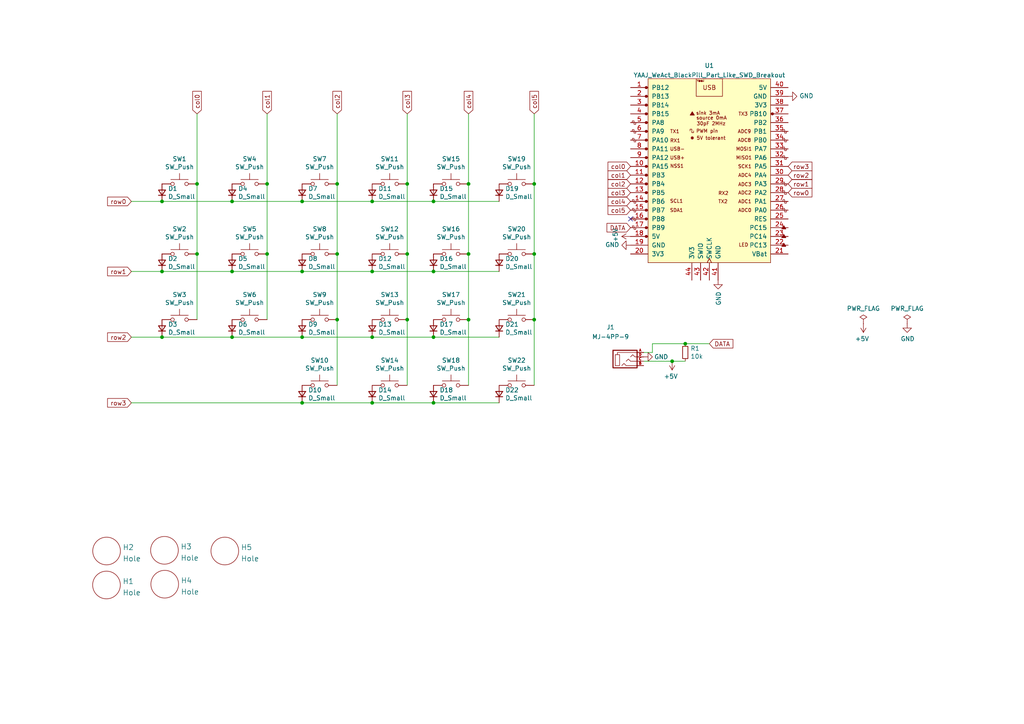
<source format=kicad_sch>
(kicad_sch (version 20210621) (generator eeschema)
  (paper "A4")
  (lib_symbols
    (symbol "Device:D_Small" (pin_numbers hide) (pin_names (offset 0.254) hide)
      (property "Reference" "D" (at -1.27 2.032 0))
      (property "Value" "Device_D_Small" (at -3.81 -2.032 0))
      (symbol "D_Small_0_1"
        (polyline (pts (xy -0.762 -1.016) (xy -0.762 1.016)) (stroke (width 0.254)))
        (polyline (pts (xy -0.762 0) (xy 0.762 0)))
        (polyline (pts (xy 0.762 -1.016) (xy -0.762 0) (xy 0.762 1.016) (xy 0.762 -1.016)) (stroke (width 0.254)))
      )
      (symbol "D_Small_1_1"
        (pin passive line (at -2.54 0 0) (length 1.778) (name "K") (number "1"))
        (pin passive line (at 2.54 0 180) (length 1.778) (name "A") (number "2"))
      )
    )
    (symbol "Device:R_Small" (pin_numbers hide) (pin_names (offset 0.254) hide)
      (property "Reference" "R" (at 0.762 0.508 0))
      (property "Value" "Device_R_Small" (at 0.762 -1.016 0))
      (symbol "R_Small_0_1"
        (rectangle (start -0.762 1.778) (end 0.762 -1.778) (stroke (width 0.2032)))
      )
      (symbol "R_Small_1_1"
        (pin passive line (at 0 2.54 270) (length 0.762) (name "~") (number "1"))
        (pin passive line (at 0 -2.54 90) (length 0.762) (name "~") (number "2"))
      )
    )
    (symbol "Switch:SW_Push" (pin_numbers hide) (pin_names (offset 1.016) hide)
      (property "Reference" "SW" (at 1.27 2.54 0))
      (property "Value" "Switch_SW_Push" (at 0 -1.524 0))
      (symbol "SW_Push_0_1"
        (circle (center -2.032 0) (radius 0.508))
        (polyline (pts (xy 0 1.27) (xy 0 3.048)))
        (polyline (pts (xy 2.54 1.27) (xy -2.54 1.27)))
        (circle (center 2.032 0) (radius 0.508))
        (pin passive line (at -5.08 0 0) (length 2.54) (name "1") (number "1"))
        (pin passive line (at 5.08 0 180) (length 2.54) (name "2") (number "2"))
      )
    )
    (symbol "YAAJ_WeAct_BlackPill_Part_Like_SWD_Breakout:YAAJ_WeAct_BlackPill_Part_Like_SWD_Breakout" (pin_names (offset 1.016))
      (property "Reference" "U" (at -17.526 27.94 0))
      (property "Value" "YAAJ_WeAct_BlackPill_Part_Like_SWD_Breakout" (at 9.144 27.94 0))
      (symbol "YAAJ_WeAct_BlackPill_Part_Like_SWD_Breakout_0_0"
        (circle (center -18.288 -20.32) (radius 0.3556) (fill (type outline)))
        (circle (center -18.288 -17.78) (radius 0.3556) (fill (type outline)))
        (circle (center -18.288 -15.24) (radius 0.3556) (fill (type outline)))
        (circle (center -18.288 -12.7) (radius 0.3556) (fill (type outline)))
        (circle (center -18.288 -10.16) (radius 0.3556) (fill (type outline)))
        (circle (center -18.288 -7.62) (radius 0.3556) (fill (type outline)))
        (circle (center -18.288 -5.08) (radius 0.3556) (fill (type outline)))
        (circle (center -18.288 -2.54) (radius 0.3556) (fill (type outline)))
        (circle (center -18.288 0) (radius 0.3556) (fill (type outline)))
        (circle (center -18.288 2.54) (radius 0.3556) (fill (type outline)))
        (circle (center -18.288 5.08) (radius 0.3556) (fill (type outline)))
        (circle (center -18.288 7.62) (radius 0.3556) (fill (type outline)))
        (circle (center -18.288 10.16) (radius 0.3556) (fill (type outline)))
        (circle (center -18.288 12.7) (radius 0.3556) (fill (type outline)))
        (circle (center -18.288 15.24) (radius 0.3556) (fill (type outline)))
        (circle (center -18.288 17.78) (radius 0.3556) (fill (type outline)))
        (circle (center -18.288 22.86) (radius 0.3556) (fill (type outline)))
        (circle (center -4.953 8.255) (radius 0.127) (fill (type outline)))
        (circle (center -4.953 8.255) (radius 0.254))
        (circle (center -4.953 8.255) (radius 0.3556))
        (polyline (pts (xy -5.588 14.859) (xy -4.953 15.875) (xy -4.318 14.859) (xy -5.588 14.859) (xy -4.953 15.748) (xy -4.445 14.859) (xy -5.461 14.986) (xy -4.953 15.621) (xy -4.572 14.859) (xy -5.334 15.113) (xy -4.826 15.494) (xy -4.699 14.859) (xy -5.207 15.24) (xy -4.699 15.367) (xy -4.826 14.986) (xy -5.08 15.24) (xy -4.826 15.113) (xy -4.953 15.367)))
        (polyline (pts (xy 20.955 -23.241) (xy 21.59 -22.225) (xy 22.225 -23.241) (xy 20.955 -23.241) (xy 21.59 -22.352) (xy 22.098 -23.241) (xy 21.082 -23.114) (xy 21.59 -22.479) (xy 21.971 -23.241) (xy 21.209 -22.987) (xy 21.717 -22.606) (xy 21.844 -23.241) (xy 21.336 -22.86) (xy 21.844 -22.733) (xy 21.717 -23.114) (xy 21.463 -22.86) (xy 21.717 -22.987) (xy 21.59 -22.733)))
        (polyline (pts (xy 20.955 -20.701) (xy 21.59 -19.685) (xy 22.225 -20.701) (xy 20.955 -20.701) (xy 21.59 -19.812) (xy 22.098 -20.701) (xy 21.082 -20.574) (xy 21.59 -19.939) (xy 21.971 -20.701) (xy 21.209 -20.447) (xy 21.717 -20.066) (xy 21.844 -20.701) (xy 21.336 -20.32) (xy 21.844 -20.193) (xy 21.717 -20.574) (xy 21.463 -20.32) (xy 21.717 -20.447) (xy 21.59 -20.193)))
        (polyline (pts (xy 20.955 -18.161) (xy 21.59 -17.145) (xy 22.225 -18.161) (xy 20.955 -18.161) (xy 21.59 -17.272) (xy 22.098 -18.161) (xy 21.082 -18.034) (xy 21.59 -17.399) (xy 21.971 -18.161) (xy 21.209 -17.907) (xy 21.717 -17.526) (xy 21.844 -18.161) (xy 21.336 -17.78) (xy 21.844 -17.653) (xy 21.717 -18.034) (xy 21.463 -17.78) (xy 21.717 -17.907) (xy 21.59 -17.653)))
        (circle (center 18.288 15.24) (radius 0.254) (fill (type outline)))
        (circle (center 18.288 15.24) (radius 0.3556))
        (text "30pF 2MHz" (at 0.508 12.446 0) (effects (font (size 0.9906 0.9906))))
        (text "5V tolerant" (at 0.508 8.255 0) (effects (font (size 0.9906 0.9906))))
        (text "ADC0" (at 10.287 -12.7 0) (effects (font (size 0.9906 0.9906))))
        (text "ADC1" (at 10.287 -10.16 0) (effects (font (size 0.9906 0.9906))))
        (text "ADC2" (at 10.287 -7.62 0) (effects (font (size 0.9906 0.9906))))
        (text "ADC3" (at 10.287 -5.207 0) (effects (font (size 0.9906 0.9906))))
        (text "ADC4" (at 10.287 -2.54 0) (effects (font (size 0.9906 0.9906))))
        (text "ADC8" (at 10.16 7.62 0) (effects (font (size 0.9906 0.9906))))
        (text "ADC9" (at 10.16 10.16 0) (effects (font (size 0.9906 0.9906))))
        (text "LED" (at 9.906 -22.733 0) (effects (font (size 0.9906 0.9906))))
        (text "MISO1" (at 10.033 2.54 0) (effects (font (size 0.9906 0.9906))))
        (text "MOSI1" (at 10.033 5.08 0) (effects (font (size 0.9906 0.9906))))
        (text "NSS1" (at -9.398 0.127 0) (effects (font (size 0.9906 0.9906))))
        (text "PWM pin" (at -0.635 10.287 0) (effects (font (size 0.9906 0.9906))))
        (text "RX1" (at -9.906 7.493 0) (effects (font (size 0.9906 0.9906))))
        (text "RX2" (at 4.064 -7.747 0) (effects (font (size 0.9906 0.9906))))
        (text "SCK1" (at 10.287 0 0) (effects (font (size 0.9906 0.9906))))
        (text "SCL1" (at -9.525 -10.033 0) (effects (font (size 0.9906 0.9906))))
        (text "SDA1" (at -9.525 -12.7 0) (effects (font (size 0.9906 0.9906))))
        (text "sink 3mA" (at -0.381 15.494 0) (effects (font (size 0.9906 0.9906))))
        (text "source 0mA" (at 0.635 14.097 0) (effects (font (size 0.9906 0.9906))))
        (text "TX1" (at -10.033 10.16 0) (effects (font (size 0.9906 0.9906))))
        (text "TX2" (at 3.937 -10.16 0) (effects (font (size 0.9906 0.9906))))
        (text "TX3" (at 9.779 15.24 0) (effects (font (size 0.9906 0.9906))))
        (text "USB" (at 0 22.86 0) (effects (font (size 1.27 1.27))))
        (text "USB+" (at -9.271 2.54 0) (effects (font (size 0.9906 0.9906))))
        (text "USB-" (at -9.271 5.08 0) (effects (font (size 0.9906 0.9906))))
        (text "Y@@J" (at -2.5654 24.8412 0) (effects (font (size 0.508 0.508))))
      )
      (symbol "YAAJ_WeAct_BlackPill_Part_Like_SWD_Breakout_0_1"
        (rectangle (start -17.78 25.4) (end 17.78 -27.94) (fill (type background)))
        (polyline (pts (xy -21.336 -17.78) (xy -21.336 -18.288) (xy -21.844 -18.288) (xy -21.844 -17.272) (xy -22.352 -17.272) (xy -22.352 -17.78)))
        (polyline (pts (xy -21.336 -15.24) (xy -21.336 -15.748) (xy -21.844 -15.748) (xy -21.844 -14.732) (xy -22.352 -14.732) (xy -22.352 -15.24)))
        (polyline (pts (xy -21.336 -12.7) (xy -21.336 -13.208) (xy -21.844 -13.208) (xy -21.844 -12.192) (xy -22.352 -12.192) (xy -22.352 -12.7)))
        (polyline (pts (xy -21.336 -10.16) (xy -21.336 -10.668) (xy -21.844 -10.668) (xy -21.844 -9.652) (xy -22.352 -9.652) (xy -22.352 -10.16)))
        (polyline (pts (xy -21.336 7.62) (xy -21.336 7.112) (xy -21.844 7.112) (xy -21.844 8.128) (xy -22.352 8.128) (xy -22.352 7.62)))
        (polyline (pts (xy -21.336 10.16) (xy -21.336 9.652) (xy -21.844 9.652) (xy -21.844 10.668) (xy -22.352 10.668) (xy -22.352 10.16)))
        (polyline (pts (xy -21.336 12.7) (xy -21.336 12.192) (xy -21.844 12.192) (xy -21.844 13.208) (xy -22.352 13.208) (xy -22.352 12.7)))
        (polyline (pts (xy -4.572 10.287) (xy -4.572 9.779) (xy -5.08 9.779) (xy -5.08 10.795) (xy -5.588 10.795) (xy -5.588 10.287)))
        (polyline (pts (xy 22.352 -12.7) (xy 22.352 -13.208) (xy 21.844 -13.208) (xy 21.844 -12.192) (xy 21.336 -12.192) (xy 21.336 -12.7)))
        (polyline (pts (xy 22.352 -10.16) (xy 22.352 -10.668) (xy 21.844 -10.668) (xy 21.844 -9.652) (xy 21.336 -9.652) (xy 21.336 -10.16)))
        (polyline (pts (xy 22.352 -7.62) (xy 22.352 -8.128) (xy 21.844 -8.128) (xy 21.844 -7.112) (xy 21.336 -7.112) (xy 21.336 -7.62)))
        (polyline (pts (xy 22.352 -5.08) (xy 22.352 -5.588) (xy 21.844 -5.588) (xy 21.844 -4.572) (xy 21.336 -4.572) (xy 21.336 -5.08)))
        (polyline (pts (xy 22.352 2.54) (xy 22.352 2.032) (xy 21.844 2.032) (xy 21.844 3.048) (xy 21.336 3.048) (xy 21.336 2.54)))
        (polyline (pts (xy 22.352 5.08) (xy 22.352 4.572) (xy 21.844 4.572) (xy 21.844 5.588) (xy 21.336 5.588) (xy 21.336 5.08)))
        (polyline (pts (xy 22.352 7.62) (xy 22.352 7.112) (xy 21.844 7.112) (xy 21.844 8.128) (xy 21.336 8.128) (xy 21.336 7.62)))
        (polyline (pts (xy 22.352 10.16) (xy 22.352 9.652) (xy 21.844 9.652) (xy 21.844 10.668) (xy 21.336 10.668) (xy 21.336 10.16)))
        (rectangle (start 3.81 25.4) (end -3.81 20.32))
      )
      (symbol "YAAJ_WeAct_BlackPill_Part_Like_SWD_Breakout_1_1"
        (circle (center -18.288 20.32) (radius 0.3556) (fill (type outline)))
        (pin bidirectional line (at -22.86 22.86 0) (length 5.08) (name "PB12") (number "1"))
        (pin bidirectional line (at -22.86 0 0) (length 5.08) (name "PA15") (number "10"))
        (pin bidirectional line (at -22.86 -2.54 0) (length 5.08) (name "PB3") (number "11"))
        (pin bidirectional line (at -22.86 -5.08 0) (length 5.08) (name "PB4") (number "12"))
        (pin bidirectional line (at -22.86 -7.62 0) (length 5.08) (name "PB5") (number "13"))
        (pin bidirectional line (at -22.86 -10.16 0) (length 5.08) (name "PB6") (number "14"))
        (pin bidirectional line (at -22.86 -12.7 0) (length 5.08) (name "PB7") (number "15"))
        (pin bidirectional line (at -22.86 -15.24 0) (length 5.08) (name "PB8") (number "16"))
        (pin bidirectional line (at -22.86 -17.78 0) (length 5.08) (name "PB9") (number "17"))
        (pin power_in line (at -22.86 -20.32 0) (length 5.08) (name "5V") (number "18"))
        (pin power_in line (at -22.86 -22.86 0) (length 5.08) (name "GND") (number "19"))
        (pin bidirectional line (at -22.86 20.32 0) (length 5.08) (name "PB13") (number "2"))
        (pin power_in line (at -22.86 -25.4 0) (length 5.08) (name "3V3") (number "20"))
        (pin power_in line (at 22.86 -25.4 180) (length 5.08) (name "VBat") (number "21"))
        (pin bidirectional line (at 22.86 -22.86 180) (length 5.08) (name "PC13") (number "22"))
        (pin bidirectional line (at 22.86 -20.32 180) (length 5.08) (name "PC14") (number "23"))
        (pin bidirectional line (at 22.86 -17.78 180) (length 5.08) (name "PC15") (number "24"))
        (pin input line (at 22.86 -15.24 180) (length 5.08) (name "RES") (number "25"))
        (pin bidirectional line (at 22.86 -12.7 180) (length 5.08) (name "PA0") (number "26"))
        (pin bidirectional line (at 22.86 -10.16 180) (length 5.08) (name "PA1") (number "27"))
        (pin bidirectional line (at 22.86 -7.62 180) (length 5.08) (name "PA2") (number "28"))
        (pin bidirectional line (at 22.86 -5.08 180) (length 5.08) (name "PA3") (number "29"))
        (pin bidirectional line (at -22.86 17.78 0) (length 5.08) (name "PB14") (number "3"))
        (pin bidirectional line (at 22.86 -2.54 180) (length 5.08) (name "PA4") (number "30"))
        (pin bidirectional line (at 22.86 0 180) (length 5.08) (name "PA5") (number "31"))
        (pin bidirectional line (at 22.86 2.54 180) (length 5.08) (name "PA6") (number "32"))
        (pin bidirectional line (at 22.86 5.08 180) (length 5.08) (name "PA7") (number "33"))
        (pin bidirectional line (at 22.86 7.62 180) (length 5.08) (name "PB0") (number "34"))
        (pin bidirectional line (at 22.86 10.16 180) (length 5.08) (name "PB1") (number "35"))
        (pin bidirectional line (at 22.86 12.7 180) (length 5.08) (name "PB2") (number "36"))
        (pin bidirectional line (at 22.86 15.24 180) (length 5.08) (name "PB10") (number "37"))
        (pin power_in line (at 22.86 17.78 180) (length 5.08) (name "3V3") (number "38"))
        (pin power_in line (at 22.86 20.32 180) (length 5.08) (name "GND") (number "39"))
        (pin bidirectional line (at -22.86 15.24 0) (length 5.08) (name "PB15") (number "4"))
        (pin power_in line (at 22.86 22.86 180) (length 5.08) (name "5V") (number "40"))
        (pin power_in line (at 2.54 -33.02 90) (length 5.08) (name "GND") (number "41"))
        (pin bidirectional clock (at 0 -33.02 90) (length 5.08) (name "SWCLK") (number "42"))
        (pin bidirectional line (at -2.54 -33.02 90) (length 5.08) (name "SWIO") (number "43"))
        (pin power_in line (at -5.08 -33.02 90) (length 5.08) (name "3V3") (number "44"))
        (pin bidirectional line (at -22.86 12.7 0) (length 5.08) (name "PA8") (number "5"))
        (pin bidirectional line (at -22.86 10.16 0) (length 5.08) (name "PA9") (number "6"))
        (pin bidirectional line (at -22.86 7.62 0) (length 5.08) (name "PA10") (number "7"))
        (pin bidirectional line (at -22.86 5.08 0) (length 5.08) (name "PA11") (number "8"))
        (pin bidirectional line (at -22.86 2.54 0) (length 5.08) (name "PA12") (number "9"))
      )
    )
    (symbol "kbd:MJ-4PP-9" (pin_names (offset 1.016))
      (property "Reference" "J" (at 0 3.81 0))
      (property "Value" "MJ-4PP-9" (at 0 -3.81 0))
      (symbol "MJ-4PP-9_0_1"
        (rectangle (start -1.905 -1.905) (end -3.175 1.27))
        (polyline (pts (xy -2.54 1.27) (xy -2.54 1.905) (xy 3.175 1.905)))
        (polyline (pts (xy -1.27 -1.905) (xy -0.635 -1.27) (xy 0 -1.905) (xy 3.175 -1.905)))
        (polyline (pts (xy 0 -0.635) (xy 0.635 0) (xy 1.27 -0.635) (xy 3.175 -0.635)))
        (polyline (pts (xy 1.27 0.635) (xy 1.905 1.27) (xy 2.54 0.635) (xy 3.175 0.635)))
        (rectangle (start 3.175 2.54) (end -3.81 -2.54) (stroke (width 0.3048)))
      )
      (symbol "MJ-4PP-9_1_1"
        (pin input line (at 5.08 1.905 180) (length 2.0066) (name "~") (number "A"))
        (pin input line (at 5.08 -1.905 180) (length 2.0066) (name "~") (number "B"))
        (pin input line (at 5.08 -0.635 180) (length 2.0066) (name "~") (number "C"))
        (pin input line (at 5.08 0.635 180) (length 2.0066) (name "~") (number "D"))
      )
    )
    (symbol "keebio:Hole" (pin_names (offset 1.016))
      (property "Reference" "H" (at 0 -1.27 0))
      (property "Value" "Hole" (at 0 1.27 0))
      (symbol "Hole_0_1"
        (circle (center 0 0) (radius 4.0132))
      )
    )
    (symbol "power:+5V" (power) (pin_names (offset 0))
      (property "Value" "power_+5V" (at 0 3.556 0))
      (symbol "+5V_0_1"
        (polyline (pts (xy -0.762 1.27) (xy 0 2.54)))
        (polyline (pts (xy 0 0) (xy 0 2.54)))
        (polyline (pts (xy 0 2.54) (xy 0.762 1.27)))
      )
      (symbol "+5V_1_1"
        (pin power_in line (at 0 0 90) (length 0) hide (name "+5V") (number "1"))
      )
    )
    (symbol "power:GND" (power) (pin_names (offset 0))
      (property "Value" "power_GND" (at 0 -3.81 0))
      (symbol "GND_0_1"
        (polyline (pts (xy 0 0) (xy 0 -1.27) (xy 1.27 -1.27) (xy 0 -2.54) (xy -1.27 -1.27) (xy 0 -1.27)))
      )
      (symbol "GND_1_1"
        (pin power_in line (at 0 0 270) (length 0) hide (name "GND") (number "1"))
      )
    )
    (symbol "power:PWR_FLAG" (power) (pin_numbers hide) (pin_names (offset 0) hide)
      (property "Value" "power_PWR_FLAG" (at 0 3.81 0))
      (symbol "PWR_FLAG_0_0"
        (pin power_out line (at 0 0 90) (length 0) (name "pwr") (number "1"))
      )
      (symbol "PWR_FLAG_0_1"
        (polyline (pts (xy 0 0) (xy 0 1.27) (xy -1.016 1.905) (xy 0 2.54) (xy 1.016 1.905) (xy 0 1.27)))
      )
    )
  )
  (junction (at 57.15 73.66))
  (junction (at 125.73 97.79))
  (junction (at 154.94 73.66))
  (junction (at 135.89 73.66))
  (junction (at 107.95 97.79))
  (junction (at 46.99 97.79))
  (junction (at 87.63 58.42))
  (junction (at 135.89 53.34))
  (junction (at 67.31 58.42))
  (junction (at 135.89 92.71))
  (junction (at 87.63 78.74))
  (junction (at 107.95 116.84))
  (junction (at 194.945 104.775))
  (junction (at 87.63 97.79))
  (junction (at 125.73 58.42))
  (junction (at 125.73 116.84))
  (junction (at 77.47 73.66))
  (junction (at 87.63 116.84))
  (junction (at 154.94 53.34))
  (junction (at 97.79 53.34))
  (junction (at 198.755 99.695))
  (junction (at 125.73 78.74))
  (junction (at 118.11 92.71))
  (junction (at 67.31 97.79))
  (junction (at 107.95 58.42))
  (junction (at 118.11 53.34))
  (junction (at 46.99 78.74))
  (junction (at 118.11 73.66))
  (junction (at 97.79 92.71))
  (junction (at 46.99 58.42))
  (junction (at 97.79 73.66))
  (junction (at 107.95 78.74))
  (junction (at 67.31 78.74))
  (junction (at 57.15 53.34))
  (junction (at 154.94 92.71))
  (junction (at 77.47 53.34))
  (no_connect (at 182.88 63.5))
  (wire (pts (xy 57.15 53.34) (xy 57.15 73.66)))
  (wire (pts (xy 87.63 97.79) (xy 67.31 97.79)))
  (wire (pts (xy 77.47 73.66) (xy 77.47 92.71)))
  (wire (pts (xy 67.31 58.42) (xy 46.99 58.42)))
  (wire (pts (xy 135.89 33.02) (xy 135.89 53.34)))
  (wire (pts (xy 77.47 33.02) (xy 77.47 53.34)))
  (wire (pts (xy 97.79 92.71) (xy 97.79 73.66)))
  (wire (pts (xy 107.95 78.74) (xy 87.63 78.74)))
  (wire (pts (xy 97.79 33.02) (xy 97.79 53.34)))
  (wire (pts (xy 118.11 33.02) (xy 118.11 53.34)))
  (wire (pts (xy 57.15 73.66) (xy 57.15 92.71)))
  (wire (pts (xy 144.78 58.42) (xy 125.73 58.42)))
  (wire (pts (xy 144.78 97.79) (xy 125.73 97.79)))
  (wire (pts (xy 135.89 92.71) (xy 135.89 111.76)))
  (wire (pts (xy 87.63 116.84) (xy 38.1 116.84)))
  (wire (pts (xy 107.95 97.79) (xy 87.63 97.79)))
  (wire (pts (xy 118.11 73.66) (xy 118.11 53.34)))
  (wire (pts (xy 189.23 102.235) (xy 189.23 99.695)))
  (wire (pts (xy 186.69 102.235) (xy 189.23 102.235)))
  (wire (pts (xy 189.23 99.695) (xy 198.755 99.695)))
  (wire (pts (xy 118.11 92.71) (xy 118.11 73.66)))
  (wire (pts (xy 118.11 92.71) (xy 118.11 111.76)))
  (wire (pts (xy 107.95 116.84) (xy 87.63 116.84)))
  (wire (pts (xy 144.78 78.74) (xy 125.73 78.74)))
  (wire (pts (xy 125.73 97.79) (xy 107.95 97.79)))
  (wire (pts (xy 144.78 116.84) (xy 125.73 116.84)))
  (wire (pts (xy 46.99 97.79) (xy 67.31 97.79)))
  (wire (pts (xy 107.95 58.42) (xy 87.63 58.42)))
  (wire (pts (xy 46.99 97.79) (xy 38.1 97.79)))
  (wire (pts (xy 194.945 104.775) (xy 198.755 104.775)))
  (wire (pts (xy 186.69 104.775) (xy 194.945 104.775)))
  (wire (pts (xy 198.755 99.695) (xy 205.74 99.695)))
  (wire (pts (xy 125.73 78.74) (xy 107.95 78.74)))
  (wire (pts (xy 38.1 58.42) (xy 46.99 58.42)))
  (wire (pts (xy 154.94 92.71) (xy 154.94 111.76)))
  (wire (pts (xy 154.94 73.66) (xy 154.94 92.71)))
  (wire (pts (xy 154.94 53.34) (xy 154.94 73.66)))
  (wire (pts (xy 154.94 33.02) (xy 154.94 53.34)))
  (wire (pts (xy 46.99 78.74) (xy 38.1 78.74)))
  (wire (pts (xy 125.73 58.42) (xy 107.95 58.42)))
  (wire (pts (xy 97.79 73.66) (xy 97.79 53.34)))
  (wire (pts (xy 97.79 92.71) (xy 97.79 111.76)))
  (wire (pts (xy 135.89 53.34) (xy 135.89 73.66)))
  (wire (pts (xy 87.63 78.74) (xy 67.31 78.74)))
  (wire (pts (xy 57.15 33.02) (xy 57.15 53.34)))
  (wire (pts (xy 77.47 73.66) (xy 77.47 53.34)))
  (wire (pts (xy 87.63 58.42) (xy 67.31 58.42)))
  (wire (pts (xy 67.31 78.74) (xy 46.99 78.74)))
  (wire (pts (xy 135.89 73.66) (xy 135.89 92.71)))
  (wire (pts (xy 125.73 116.84) (xy 107.95 116.84)))
  (global_label "DATA" (shape input) (at 205.74 99.695 0) (property "Intersheet References" "${INTERSHEET_REFS}" (effects hide)))
  (global_label "row0" (shape input) (at 38.1 58.42 180) (property "Intersheet References" "${INTERSHEET_REFS}" (effects hide)))
  (global_label "col3" (shape input) (at 118.11 33.02 90) (property "Intersheet References" "${INTERSHEET_REFS}" (effects hide)))
  (global_label "col1" (shape input) (at 77.47 33.02 90) (property "Intersheet References" "${INTERSHEET_REFS}" (effects hide)))
  (global_label "col4" (shape input) (at 182.88 58.42 180) (property "Intersheet References" "${INTERSHEET_REFS}" (effects hide)))
  (global_label "row0" (shape input) (at 228.6 55.88 0) (property "Intersheet References" "${INTERSHEET_REFS}" (effects hide)))
  (global_label "row2" (shape input) (at 38.1 97.79 180) (property "Intersheet References" "${INTERSHEET_REFS}" (effects hide)))
  (global_label "row1" (shape input) (at 228.6 53.34 0) (property "Intersheet References" "${INTERSHEET_REFS}" (effects hide)))
  (global_label "row1" (shape input) (at 38.1 78.74 180) (property "Intersheet References" "${INTERSHEET_REFS}" (effects hide)))
  (global_label "col0" (shape input) (at 57.15 33.02 90) (property "Intersheet References" "${INTERSHEET_REFS}" (effects hide)))
  (global_label "row3" (shape input) (at 228.6 48.26 0) (property "Intersheet References" "${INTERSHEET_REFS}" (effects hide)))
  (global_label "row3" (shape input) (at 38.1 116.84 180) (property "Intersheet References" "${INTERSHEET_REFS}" (effects hide)))
  (global_label "col0" (shape input) (at 182.88 48.26 180) (property "Intersheet References" "${INTERSHEET_REFS}" (effects hide)))
  (global_label "row2" (shape input) (at 228.6 50.8 0) (property "Intersheet References" "${INTERSHEET_REFS}" (effects hide)))
  (global_label "col4" (shape input) (at 135.89 33.02 90) (property "Intersheet References" "${INTERSHEET_REFS}" (effects hide)))
  (global_label "col5" (shape input) (at 182.88 60.96 180) (property "Intersheet References" "${INTERSHEET_REFS}" (effects hide)))
  (global_label "col1" (shape input) (at 182.88 50.8 180) (property "Intersheet References" "${INTERSHEET_REFS}" (effects hide)))
  (global_label "col5" (shape input) (at 154.94 33.02 90) (property "Intersheet References" "${INTERSHEET_REFS}" (effects hide)))
  (global_label "DATA" (shape input) (at 182.88 66.04 180) (property "Intersheet References" "${INTERSHEET_REFS}" (effects hide)))
  (global_label "col3" (shape input) (at 182.88 55.88 180) (property "Intersheet References" "${INTERSHEET_REFS}" (effects hide)))
  (global_label "col2" (shape input) (at 97.79 33.02 90) (property "Intersheet References" "${INTERSHEET_REFS}" (effects hide)))
  (global_label "col2" (shape input) (at 182.88 53.34 180) (property "Intersheet References" "${INTERSHEET_REFS}" (effects hide)))
  (symbol (lib_id "power:PWR_FLAG") (at 250.4186 93.8784 0) (unit 1)
    (property "Reference" "#FLG01" (effects hide))
    (property "Value" "PWR_FLAG" (at 250.4186 89.4842 0))
  )
  (symbol (lib_id "power:PWR_FLAG") (at 263.1186 93.8784 0) (unit 1)
    (property "Reference" "#FLG02" (effects hide))
    (property "Value" "PWR_FLAG" (at 263.1186 89.4842 0))
  )
  (symbol (lib_id "power:GND") (at 263.1186 93.8784 0) (unit 1)
    (property "Reference" "#PWR08" (effects hide))
    (property "Value" "GND" (at 263.2456 98.2726 0))
  )
  (symbol (lib_id "Switch:SW_Push") (at 92.71 111.76 0) (unit 1)
    (property "Reference" "SW10" (at 92.71 104.521 0))
    (property "Value" "SW_Push" (at 92.71 106.8324 0))
    (property "Footprint" "MX_Only:MXOnly-1U-NoLED" (effects hide))
  )
  (symbol (lib_id "Switch:SW_Push") (at 113.03 111.76 0) (unit 1)
    (property "Reference" "SW14" (at 113.03 104.521 0))
    (property "Value" "SW_Push" (at 113.03 106.8324 0))
    (property "Footprint" "MX_Only:MXOnly-1U-NoLED" (effects hide))
  )
  (symbol (lib_id "Switch:SW_Push") (at 130.81 111.76 0) (unit 1)
    (property "Reference" "SW18" (at 130.81 104.521 0))
    (property "Value" "SW_Push" (at 130.81 106.8324 0))
    (property "Footprint" "MX_Only:MXOnly-1U-NoLED" (effects hide))
  )
  (symbol (lib_id "Switch:SW_Push") (at 149.86 111.76 0) (unit 1)
    (property "Reference" "SW22" (at 149.86 104.521 0))
    (property "Value" "SW_Push" (at 149.86 106.8324 0))
    (property "Footprint" "MX_Only:MXOnly-1U-NoLED" (effects hide))
  )
  (symbol (lib_id "Switch:SW_Push") (at 52.07 53.34 0) (unit 1)
    (property "Reference" "SW1" (at 52.07 46.101 0))
    (property "Value" "SW_Push" (at 52.07 48.4124 0))
    (property "Footprint" "MX_Only:MXOnly-1U-NoLED" (effects hide))
  )
  (symbol (lib_id "Device:D_Small") (at 46.99 55.88 90) (unit 1)
    (property "Reference" "D1" (at 48.768 54.7116 90) (effects (justify right)))
    (property "Value" "D_Small" (at 48.768 57.023 90) (effects (justify right)))
    (property "Footprint" "acheron_Components:D_THT_7.62mm_copy" (effects hide))
  )
  (symbol (lib_id "Switch:SW_Push") (at 72.39 53.34 0) (unit 1)
    (property "Reference" "SW4" (at 72.39 46.101 0))
    (property "Value" "SW_Push" (at 72.39 48.4124 0))
    (property "Footprint" "MX_Only:MXOnly-1U-NoLED" (effects hide))
  )
  (symbol (lib_id "Device:D_Small") (at 67.31 55.88 90) (unit 1)
    (property "Reference" "D4" (at 69.088 54.7116 90) (effects (justify right)))
    (property "Value" "D_Small" (at 69.088 57.023 90) (effects (justify right)))
    (property "Footprint" "acheron_Components:D_THT_7.62mm_copy" (effects hide))
  )
  (symbol (lib_id "Switch:SW_Push") (at 92.71 53.34 0) (unit 1)
    (property "Reference" "SW7" (at 92.71 46.101 0))
    (property "Value" "SW_Push" (at 92.71 48.4124 0))
    (property "Footprint" "mx_only:MXOnly-1U-NoLED" (effects hide))
  )
  (symbol (lib_id "Device:D_Small") (at 87.63 55.88 90) (unit 1)
    (property "Reference" "D7" (at 89.408 54.7116 90) (effects (justify right)))
    (property "Value" "D_Small" (at 89.408 57.023 90) (effects (justify right)))
    (property "Footprint" "acheron_Components:D_THT_7.62mm_copy" (effects hide))
  )
  (symbol (lib_id "Switch:SW_Push") (at 113.03 53.34 0) (unit 1)
    (property "Reference" "SW11" (at 113.03 46.101 0))
    (property "Value" "SW_Push" (at 113.03 48.4124 0))
    (property "Footprint" "mx_only:MXOnly-1U-NoLED" (effects hide))
  )
  (symbol (lib_id "Device:D_Small") (at 107.95 55.88 90) (unit 1)
    (property "Reference" "D11" (at 109.728 54.7116 90) (effects (justify right)))
    (property "Value" "D_Small" (at 109.728 57.023 90) (effects (justify right)))
    (property "Footprint" "acheron_Components:D_THT_7.62mm_copy" (effects hide))
  )
  (symbol (lib_id "Switch:SW_Push") (at 130.81 53.34 0) (unit 1)
    (property "Reference" "SW15" (at 130.81 46.101 0))
    (property "Value" "SW_Push" (at 130.81 48.4124 0))
    (property "Footprint" "MX_Only:MXOnly-1U-NoLED" (effects hide))
  )
  (symbol (lib_id "Device:D_Small") (at 125.73 55.88 90) (unit 1)
    (property "Reference" "D15" (at 127.508 54.7116 90) (effects (justify right)))
    (property "Value" "D_Small" (at 127.508 57.023 90) (effects (justify right)))
    (property "Footprint" "acheron_Components:D_THT_7.62mm_copy" (effects hide))
  )
  (symbol (lib_id "Switch:SW_Push") (at 52.07 73.66 0) (unit 1)
    (property "Reference" "SW2" (at 52.07 66.421 0))
    (property "Value" "SW_Push" (at 52.07 68.7324 0))
    (property "Footprint" "MX_Only:MXOnly-1U-NoLED" (effects hide))
  )
  (symbol (lib_id "Device:D_Small") (at 46.99 76.2 90) (unit 1)
    (property "Reference" "D2" (at 48.768 75.0316 90) (effects (justify right)))
    (property "Value" "D_Small" (at 48.768 77.343 90) (effects (justify right)))
    (property "Footprint" "acheron_Components:D_THT_7.62mm_copy" (effects hide))
  )
  (symbol (lib_id "Switch:SW_Push") (at 72.39 73.66 0) (unit 1)
    (property "Reference" "SW5" (at 72.39 66.421 0))
    (property "Value" "SW_Push" (at 72.39 68.7324 0))
    (property "Footprint" "MX_Only:MXOnly-1U-NoLED" (effects hide))
  )
  (symbol (lib_id "Device:D_Small") (at 67.31 76.2 90) (unit 1)
    (property "Reference" "D5" (at 69.088 75.0316 90) (effects (justify right)))
    (property "Value" "D_Small" (at 69.088 77.343 90) (effects (justify right)))
    (property "Footprint" "acheron_Components:D_THT_7.62mm_copy" (effects hide))
  )
  (symbol (lib_id "Switch:SW_Push") (at 92.71 73.66 0) (unit 1)
    (property "Reference" "SW8" (at 92.71 66.421 0))
    (property "Value" "SW_Push" (at 92.71 68.7324 0))
    (property "Footprint" "mx_only:MXOnly-1U-NoLED" (effects hide))
  )
  (symbol (lib_id "Device:D_Small") (at 87.63 76.2 90) (unit 1)
    (property "Reference" "D8" (at 89.408 75.0316 90) (effects (justify right)))
    (property "Value" "D_Small" (at 89.408 77.343 90) (effects (justify right)))
    (property "Footprint" "acheron_Components:D_THT_7.62mm_copy" (effects hide))
  )
  (symbol (lib_id "Switch:SW_Push") (at 113.03 73.66 0) (unit 1)
    (property "Reference" "SW12" (at 113.03 66.421 0))
    (property "Value" "SW_Push" (at 113.03 68.7324 0))
    (property "Footprint" "MX_Only:MXOnly-1U-NoLED" (effects hide))
  )
  (symbol (lib_id "Device:D_Small") (at 107.95 76.2 90) (unit 1)
    (property "Reference" "D12" (at 109.728 75.0316 90) (effects (justify right)))
    (property "Value" "D_Small" (at 109.728 77.343 90) (effects (justify right)))
    (property "Footprint" "acheron_Components:D_THT_7.62mm_copy" (effects hide))
  )
  (symbol (lib_id "Switch:SW_Push") (at 130.81 73.66 0) (unit 1)
    (property "Reference" "SW16" (at 130.81 66.421 0))
    (property "Value" "SW_Push" (at 130.81 68.7324 0))
    (property "Footprint" "MX_Only:MXOnly-1U-NoLED" (effects hide))
  )
  (symbol (lib_id "Device:D_Small") (at 125.73 76.2 90) (unit 1)
    (property "Reference" "D16" (at 127.508 75.0316 90) (effects (justify right)))
    (property "Value" "D_Small" (at 127.508 77.343 90) (effects (justify right)))
    (property "Footprint" "acheron_Components:D_THT_7.62mm_copy" (effects hide))
  )
  (symbol (lib_id "Switch:SW_Push") (at 149.86 73.66 0) (unit 1)
    (property "Reference" "SW20" (at 149.86 66.421 0))
    (property "Value" "SW_Push" (at 149.86 68.7324 0))
    (property "Footprint" "MX_Only:MXOnly-1U-NoLED" (effects hide))
  )
  (symbol (lib_id "Device:D_Small") (at 144.78 76.2 90) (unit 1)
    (property "Reference" "D20" (at 146.558 75.0316 90) (effects (justify right)))
    (property "Value" "D_Small" (at 146.558 77.343 90) (effects (justify right)))
    (property "Footprint" "acheron_Components:D_THT_7.62mm_copy" (effects hide))
  )
  (symbol (lib_id "Switch:SW_Push") (at 52.07 92.71 0) (unit 1)
    (property "Reference" "SW3" (at 52.07 85.471 0))
    (property "Value" "SW_Push" (at 52.07 87.7824 0))
    (property "Footprint" "MX_Only:MXOnly-1U-NoLED" (effects hide))
  )
  (symbol (lib_id "Device:D_Small") (at 46.99 95.25 90) (unit 1)
    (property "Reference" "D3" (at 48.768 94.0816 90) (effects (justify right)))
    (property "Value" "D_Small" (at 48.768 96.393 90) (effects (justify right)))
    (property "Footprint" "acheron_Components:D_THT_7.62mm_copy" (effects hide))
  )
  (symbol (lib_id "Switch:SW_Push") (at 72.39 92.71 0) (unit 1)
    (property "Reference" "SW6" (at 72.39 85.471 0))
    (property "Value" "SW_Push" (at 72.39 87.7824 0))
    (property "Footprint" "mx_only:MXOnly-1U-NoLED" (effects hide))
  )
  (symbol (lib_id "Device:D_Small") (at 67.31 95.25 90) (unit 1)
    (property "Reference" "D6" (at 69.088 94.0816 90) (effects (justify right)))
    (property "Value" "D_Small" (at 69.088 96.393 90) (effects (justify right)))
    (property "Footprint" "acheron_Components:D_THT_7.62mm_copy" (effects hide))
  )
  (symbol (lib_id "Switch:SW_Push") (at 92.71 92.71 0) (unit 1)
    (property "Reference" "SW9" (at 92.71 85.471 0))
    (property "Value" "SW_Push" (at 92.71 87.7824 0))
    (property "Footprint" "mx_only:MXOnly-1U-NoLED" (effects hide))
  )
  (symbol (lib_id "Device:D_Small") (at 87.63 95.25 90) (unit 1)
    (property "Reference" "D9" (at 89.408 94.0816 90) (effects (justify right)))
    (property "Value" "D_Small" (at 89.408 96.393 90) (effects (justify right)))
    (property "Footprint" "acheron_Components:D_THT_7.62mm_copy" (effects hide))
  )
  (symbol (lib_id "Switch:SW_Push") (at 113.03 92.71 0) (unit 1)
    (property "Reference" "SW13" (at 113.03 85.471 0))
    (property "Value" "SW_Push" (at 113.03 87.7824 0))
    (property "Footprint" "MX_Only:MXOnly-1U-NoLED" (effects hide))
  )
  (symbol (lib_id "Device:D_Small") (at 107.95 95.25 90) (unit 1)
    (property "Reference" "D13" (at 109.728 94.0816 90) (effects (justify right)))
    (property "Value" "D_Small" (at 109.728 96.393 90) (effects (justify right)))
    (property "Footprint" "acheron_Components:D_THT_7.62mm_copy" (effects hide))
  )
  (symbol (lib_id "Switch:SW_Push") (at 130.81 92.71 0) (unit 1)
    (property "Reference" "SW17" (at 130.81 85.471 0))
    (property "Value" "SW_Push" (at 130.81 87.7824 0))
    (property "Footprint" "MX_Only:MXOnly-1U-NoLED" (effects hide))
  )
  (symbol (lib_id "Device:D_Small") (at 125.73 95.25 90) (unit 1)
    (property "Reference" "D17" (at 127.508 94.0816 90) (effects (justify right)))
    (property "Value" "D_Small" (at 127.508 96.393 90) (effects (justify right)))
    (property "Footprint" "acheron_Components:D_THT_7.62mm_copy" (effects hide))
  )
  (symbol (lib_id "Switch:SW_Push") (at 149.86 92.71 0) (unit 1)
    (property "Reference" "SW21" (at 149.86 85.471 0))
    (property "Value" "SW_Push" (at 149.86 87.7824 0))
    (property "Footprint" "MX_Only:MXOnly-1U-NoLED" (effects hide))
  )
  (symbol (lib_id "Device:D_Small") (at 144.78 95.25 90) (unit 1)
    (property "Reference" "D21" (at 146.558 94.0816 90) (effects (justify right)))
    (property "Value" "D_Small" (at 146.558 96.393 90) (effects (justify right)))
    (property "Footprint" "acheron_Components:D_THT_7.62mm_copy" (effects hide))
  )
  (symbol (lib_id "Device:D_Small") (at 87.63 114.3 90) (unit 1)
    (property "Reference" "D10" (at 89.408 113.1316 90) (effects (justify right)))
    (property "Value" "D_Small" (at 89.408 115.443 90) (effects (justify right)))
    (property "Footprint" "acheron_Components:D_THT_7.62mm_copy" (effects hide))
  )
  (symbol (lib_id "Device:D_Small") (at 107.95 114.3 90) (unit 1)
    (property "Reference" "D14" (at 109.728 113.1316 90) (effects (justify right)))
    (property "Value" "D_Small" (at 109.728 115.443 90) (effects (justify right)))
    (property "Footprint" "acheron_Components:D_THT_7.62mm_copy" (effects hide))
  )
  (symbol (lib_id "Device:D_Small") (at 125.73 114.3 90) (unit 1)
    (property "Reference" "D18" (at 127.508 113.1316 90) (effects (justify right)))
    (property "Value" "D_Small" (at 127.508 115.443 90) (effects (justify right)))
    (property "Footprint" "acheron_Components:D_THT_7.62mm_copy" (effects hide))
  )
  (symbol (lib_id "Device:D_Small") (at 144.78 114.3 90) (unit 1)
    (property "Reference" "D22" (at 146.558 113.1316 90) (effects (justify right)))
    (property "Value" "D_Small" (at 146.558 115.443 90) (effects (justify right)))
    (property "Footprint" "acheron_Components:D_THT_7.62mm_copy" (effects hide))
  )
  (symbol (lib_id "keebio:Hole") (at 65.2017 159.8147 0) (unit 1)
    (property "Reference" "H5" (at 69.85 158.75 0) (effects (font (size 1.524 1.524)) (justify left)))
    (property "Value" "Hole" (at 69.85 162.029 0) (effects (font (size 1.524 1.524)) (justify left)))
    (property "Footprint" "used_footprints:M2_HOLE_PCB" (effects hide))
  )
  (symbol (lib_id "keebio:Hole") (at 30.8864 169.672 0) (unit 1)
    (property "Reference" "H1" (at 35.5347 168.6073 0) (effects (font (size 1.524 1.524)) (justify left)))
    (property "Value" "Hole" (at 35.5347 171.8863 0) (effects (font (size 1.524 1.524)) (justify left)))
    (property "Footprint" "used_footprints:M2_HOLE_PCB" (effects hide))
  )
  (symbol (lib_id "keebio:Hole") (at 30.9117 159.8147 0) (unit 1)
    (property "Reference" "H2" (at 35.56 158.75 0) (effects (font (size 1.524 1.524)) (justify left)))
    (property "Value" "Hole" (at 35.56 162.029 0) (effects (font (size 1.524 1.524)) (justify left)))
    (property "Footprint" "used_footprints:M2_HOLE_PCB" (effects hide))
  )
  (symbol (lib_id "keebio:Hole") (at 47.7012 159.6136 0) (unit 1)
    (property "Reference" "H3" (at 52.3495 158.5489 0) (effects (font (size 1.524 1.524)) (justify left)))
    (property "Value" "Hole" (at 52.3495 161.8279 0) (effects (font (size 1.524 1.524)) (justify left)))
    (property "Footprint" "used_footprints:M2_HOLE_PCB" (effects hide))
  )
  (symbol (lib_id "power:+5V") (at 250.4186 93.8784 180) (unit 1)
    (property "Reference" "#PWR07" (effects hide))
    (property "Value" "+5V" (at 250.0376 98.2726 0))
  )
  (symbol (lib_id "YAAJ_WeAct_BlackPill_Part_Like_SWD_Breakout:YAAJ_WeAct_BlackPill_Part_Like_SWD_Breakout") (at 205.74 48.26 0) (unit 1)
    (property "Reference" "U1" (at 205.74 19.0204 0))
    (property "Value" "YAAJ_WeAct_BlackPill_Part_Like_SWD_Breakout" (at 205.74 21.7955 0))
    (property "Footprint" "blackpills:YAAJ_WeAct_BlackPill_SWD_2" (effects hide))
  )
  (symbol (lib_id "Device:D_Small") (at 144.78 55.88 90) (unit 1)
    (property "Reference" "D19" (at 146.558 54.7116 90) (effects (justify right)))
    (property "Value" "D_Small" (at 146.558 57.023 90) (effects (justify right)))
    (property "Footprint" "acheron_Components:D_THT_7.62mm_copy" (effects hide))
  )
  (symbol (lib_id "Switch:SW_Push") (at 149.86 53.34 0) (unit 1)
    (property "Reference" "SW19" (at 149.86 46.101 0))
    (property "Value" "SW_Push" (at 149.86 48.4124 0))
    (property "Footprint" "MX_Only:MXOnly-1U-NoLED" (effects hide))
  )
  (symbol (lib_id "power:GND") (at 182.88 71.12 270) (mirror x) (unit 1)
    (property "Reference" "#PWR02" (effects hide))
    (property "Value" "GND" (at 179.6288 70.993 90) (effects (justify right)))
  )
  (symbol (lib_id "power:+5V") (at 194.945 104.775 180) (unit 1)
    (property "Reference" "#PWR04" (effects hide))
    (property "Value" "+5V" (at 194.564 109.1692 0))
  )
  (symbol (lib_id "power:GND") (at 186.69 103.505 90) (unit 1)
    (property "Reference" "#PWR03" (effects hide))
    (property "Value" "GND" (at 189.738 103.505 90) (effects (justify right)))
  )
  (symbol (lib_id "kbd:MJ-4PP-9") (at 181.61 104.14 0) (unit 1)
    (property "Reference" "J1" (at 177.0888 94.9157 0))
    (property "Value" "MJ-4PP-9" (at 177.0888 97.6908 0))
    (property "Footprint" "kbd:MJ-4PP-9" (effects hide))
  )
  (symbol (lib_id "Device:R_Small") (at 198.755 102.235 0) (unit 1)
    (property "Reference" "R1" (at 200.2536 101.0666 0) (effects (justify left)))
    (property "Value" "10k" (at 200.2536 103.378 0) (effects (justify left)))
    (property "Footprint" "Resistor_THT:R_Axial_DIN0204_L3.6mm_D1.6mm_P5.08mm_Horizontal" (effects hide))
  )
  (symbol (lib_id "power:+5V") (at 182.88 68.58 90) (unit 1)
    (property "Reference" "#PWR01" (effects hide))
    (property "Value" "+5V" (at 178.4858 68.199 0))
  )
  (symbol (lib_id "keebio:Hole") (at 47.7773 169.4389 0) (unit 1)
    (property "Reference" "H4" (at 52.4256 168.3742 0) (effects (font (size 1.524 1.524)) (justify left)))
    (property "Value" "Hole" (at 52.4256 171.6532 0) (effects (font (size 1.524 1.524)) (justify left)))
    (property "Footprint" "used_footprints:M2_HOLE_PCB" (effects hide))
  )
  (symbol (lib_id "power:GND") (at 228.6 27.94 90) (unit 1)
    (property "Reference" "#PWR06" (effects hide))
    (property "Value" "GND" (at 231.8512 27.813 90) (effects (justify right)))
  )
  (symbol (lib_id "power:GND") (at 208.28 81.28 0) (unit 1)
    (property "Reference" "#PWR05" (effects hide))
    (property "Value" "GND" (at 208.407 84.5312 90) (effects (justify right)))
  )
)
</source>
